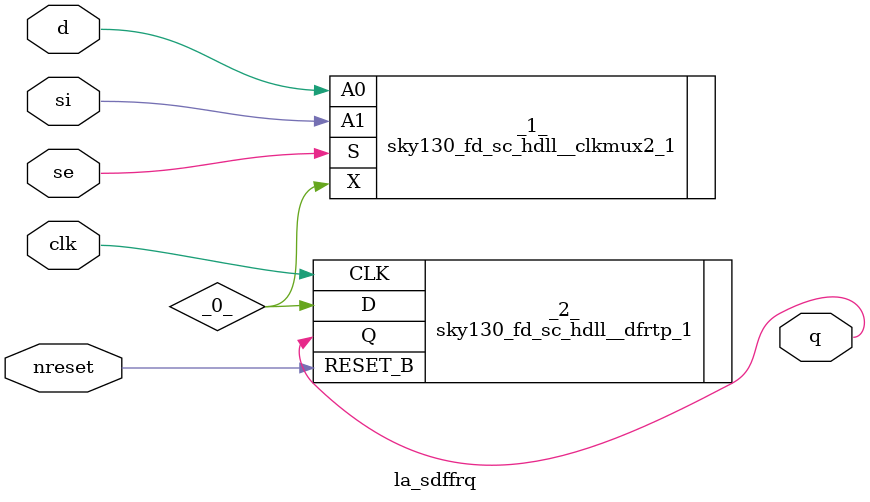
<source format=v>

/* Generated by Yosys 0.44 (git sha1 80ba43d26, g++ 11.4.0-1ubuntu1~22.04 -fPIC -O3) */

(* top =  1  *)
(* src = "generated" *)
(* keep_hierarchy *)
module la_sdffrq (
    d,
    si,
    se,
    clk,
    nreset,
    q
);
  (* src = "generated" *)
  wire _0_;
  (* src = "generated" *)
  input clk;
  wire clk;
  (* src = "generated" *)
  input d;
  wire d;
  (* src = "generated" *)
  input nreset;
  wire nreset;
  (* src = "generated" *)
  output q;
  wire q;
  (* src = "generated" *)
  input se;
  wire se;
  (* src = "generated" *)
  input si;
  wire si;
  sky130_fd_sc_hdll__clkmux2_1 _1_ (
      .A0(d),
      .A1(si),
      .S (se),
      .X (_0_)
  );
  (* src = "generated" *)
  sky130_fd_sc_hdll__dfrtp_1 _2_ (
      .CLK(clk),
      .D(_0_),
      .Q(q),
      .RESET_B(nreset)
  );
endmodule

</source>
